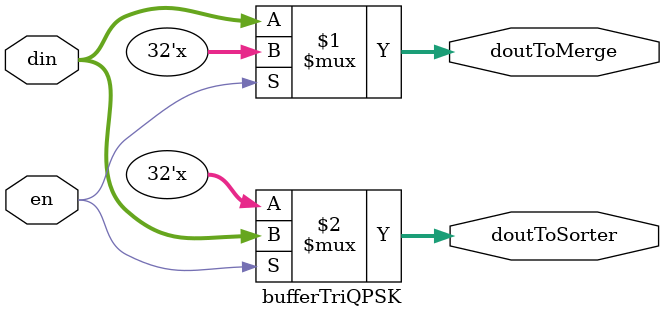
<source format=v>
module bufferTriQPSK#
(
	parameter WIDTH = 8,
	parameter n = 4
)
(
	input [n*WIDTH-1:0]din,
	input en,
	output [n*WIDTH-1:0]doutToMerge,
	output [n*WIDTH-1:0]doutToSorter
);



assign doutToMerge = en ? 32'bz:din; 
assign doutToSorter = en ? din:32'bz;

endmodule
</source>
